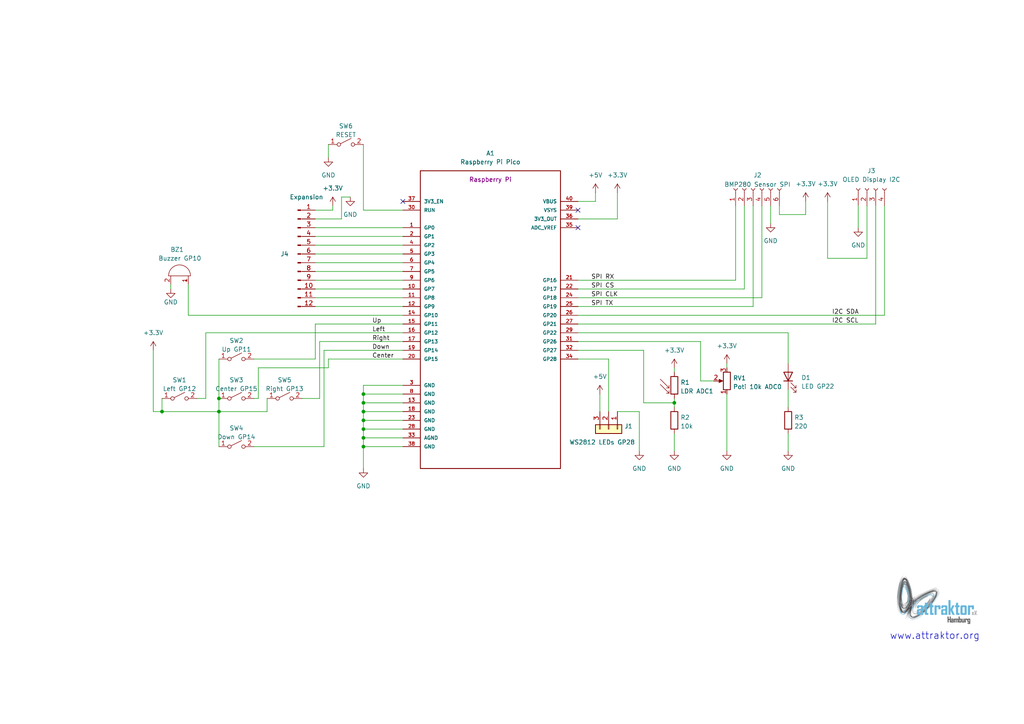
<source format=kicad_sch>
(kicad_sch (version 20230121) (generator eeschema)
  (paper "A4")
  (title_block (title "MicroPython Demoboard V1.1") (date "2023-12-13") (rev "1.0") (company "Attraktor e.V. - F. Hellmann") (comment 1 "new OLED pinout"))
  (lib_symbols
    (symbol "Connector:Conn_01x04_Socket" (pin_names (offset 1.016) hide)
      (property "Reference" "J" (at 0 5.08 0))
      (property "Value" "Conn_01x04_Socket" (at 0 -7.62 0))
      (symbol "Conn_01x04_Socket_1_1"
        (arc (start 0 -4.572) (mid -0.5058 -5.08) (end 0 -5.588) (stroke (width 0.1524)))
        (arc (start 0 -2.032) (mid -0.5058 -2.54) (end 0 -3.048) (stroke (width 0.1524)))
        (polyline (pts (xy -1.27 -5.08) (xy -0.508 -5.08)) (stroke (width 0.1524)))
        (polyline (pts (xy -1.27 -2.54) (xy -0.508 -2.54)) (stroke (width 0.1524)))
        (polyline (pts (xy -1.27 0) (xy -0.508 0)) (stroke (width 0.1524)))
        (polyline (pts (xy -1.27 2.54) (xy -0.508 2.54)) (stroke (width 0.1524)))
        (arc (start 0 0.508) (mid -0.5058 0) (end 0 -0.508) (stroke (width 0.1524)))
        (arc (start 0 3.048) (mid -0.5058 2.54) (end 0 2.032) (stroke (width 0.1524)))
        (pin passive line (at -5.08 2.54 0) (length 3.81) (name "Pin_1") (number "1"))
        (pin passive line (at -5.08 0 0) (length 3.81) (name "Pin_2") (number "2"))
        (pin passive line (at -5.08 -2.54 0) (length 3.81) (name "Pin_3") (number "3"))
        (pin passive line (at -5.08 -5.08 0) (length 3.81) (name "Pin_4") (number "4"))
      )
    )
    (symbol "Connector:Conn_01x06_Socket" (pin_names (offset 1.016) hide)
      (property "Reference" "J" (at 0 7.62 0))
      (property "Value" "Conn_01x06_Socket" (at 0 -10.16 0))
      (symbol "Conn_01x06_Socket_1_1"
        (arc (start 0 -7.112) (mid -0.5058 -7.62) (end 0 -8.128) (stroke (width 0.1524)))
        (arc (start 0 -4.572) (mid -0.5058 -5.08) (end 0 -5.588) (stroke (width 0.1524)))
        (arc (start 0 -2.032) (mid -0.5058 -2.54) (end 0 -3.048) (stroke (width 0.1524)))
        (polyline (pts (xy -1.27 -7.62) (xy -0.508 -7.62)) (stroke (width 0.1524)))
        (polyline (pts (xy -1.27 -5.08) (xy -0.508 -5.08)) (stroke (width 0.1524)))
        (polyline (pts (xy -1.27 -2.54) (xy -0.508 -2.54)) (stroke (width 0.1524)))
        (polyline (pts (xy -1.27 0) (xy -0.508 0)) (stroke (width 0.1524)))
        (polyline (pts (xy -1.27 2.54) (xy -0.508 2.54)) (stroke (width 0.1524)))
        (polyline (pts (xy -1.27 5.08) (xy -0.508 5.08)) (stroke (width 0.1524)))
        (arc (start 0 0.508) (mid -0.5058 0) (end 0 -0.508) (stroke (width 0.1524)))
        (arc (start 0 3.048) (mid -0.5058 2.54) (end 0 2.032) (stroke (width 0.1524)))
        (arc (start 0 5.588) (mid -0.5058 5.08) (end 0 4.572) (stroke (width 0.1524)))
        (pin passive line (at -5.08 5.08 0) (length 3.81) (name "Pin_1") (number "1"))
        (pin passive line (at -5.08 2.54 0) (length 3.81) (name "Pin_2") (number "2"))
        (pin passive line (at -5.08 0 0) (length 3.81) (name "Pin_3") (number "3"))
        (pin passive line (at -5.08 -2.54 0) (length 3.81) (name "Pin_4") (number "4"))
        (pin passive line (at -5.08 -5.08 0) (length 3.81) (name "Pin_5") (number "5"))
        (pin passive line (at -5.08 -7.62 0) (length 3.81) (name "Pin_6") (number "6"))
      )
    )
    (symbol "Connector:Conn_01x12_Pin" (pin_names (offset 1.016) hide)
      (property "Reference" "J" (at 0 15.24 0))
      (property "Value" "Conn_01x12_Pin" (at 0 -17.78 0))
      (symbol "Conn_01x12_Pin_1_1"
        (polyline (pts (xy 1.27 -15.24) (xy 0.8636 -15.24)) (stroke (width 0.1524)))
        (polyline (pts (xy 1.27 -12.7) (xy 0.8636 -12.7)) (stroke (width 0.1524)))
        (polyline (pts (xy 1.27 -10.16) (xy 0.8636 -10.16)) (stroke (width 0.1524)))
        (polyline (pts (xy 1.27 -7.62) (xy 0.8636 -7.62)) (stroke (width 0.1524)))
        (polyline (pts (xy 1.27 -5.08) (xy 0.8636 -5.08)) (stroke (width 0.1524)))
        (polyline (pts (xy 1.27 -2.54) (xy 0.8636 -2.54)) (stroke (width 0.1524)))
        (polyline (pts (xy 1.27 0) (xy 0.8636 0)) (stroke (width 0.1524)))
        (polyline (pts (xy 1.27 2.54) (xy 0.8636 2.54)) (stroke (width 0.1524)))
        (polyline (pts (xy 1.27 5.08) (xy 0.8636 5.08)) (stroke (width 0.1524)))
        (polyline (pts (xy 1.27 7.62) (xy 0.8636 7.62)) (stroke (width 0.1524)))
        (polyline (pts (xy 1.27 10.16) (xy 0.8636 10.16)) (stroke (width 0.1524)))
        (polyline (pts (xy 1.27 12.7) (xy 0.8636 12.7)) (stroke (width 0.1524)))
        (rectangle (start 0.8636 -15.113) (end 0 -15.367) (stroke (width 0.1524)) (fill (type outline)))
        (rectangle (start 0.8636 -12.573) (end 0 -12.827) (stroke (width 0.1524)) (fill (type outline)))
        (rectangle (start 0.8636 -10.033) (end 0 -10.287) (stroke (width 0.1524)) (fill (type outline)))
        (rectangle (start 0.8636 -7.493) (end 0 -7.747) (stroke (width 0.1524)) (fill (type outline)))
        (rectangle (start 0.8636 -4.953) (end 0 -5.207) (stroke (width 0.1524)) (fill (type outline)))
        (rectangle (start 0.8636 -2.413) (end 0 -2.667) (stroke (width 0.1524)) (fill (type outline)))
        (rectangle (start 0.8636 0.127) (end 0 -0.127) (stroke (width 0.1524)) (fill (type outline)))
        (rectangle (start 0.8636 2.667) (end 0 2.413) (stroke (width 0.1524)) (fill (type outline)))
        (rectangle (start 0.8636 5.207) (end 0 4.953) (stroke (width 0.1524)) (fill (type outline)))
        (rectangle (start 0.8636 7.747) (end 0 7.493) (stroke (width 0.1524)) (fill (type outline)))
        (rectangle (start 0.8636 10.287) (end 0 10.033) (stroke (width 0.1524)) (fill (type outline)))
        (rectangle (start 0.8636 12.827) (end 0 12.573) (stroke (width 0.1524)) (fill (type outline)))
        (pin passive line (at 5.08 12.7 180) (length 3.81) (name "Pin_1") (number "1"))
        (pin passive line (at 5.08 -10.16 180) (length 3.81) (name "Pin_10") (number "10"))
        (pin passive line (at 5.08 -12.7 180) (length 3.81) (name "Pin_11") (number "11"))
        (pin passive line (at 5.08 -15.24 180) (length 3.81) (name "Pin_12") (number "12"))
        (pin passive line (at 5.08 10.16 180) (length 3.81) (name "Pin_2") (number "2"))
        (pin passive line (at 5.08 7.62 180) (length 3.81) (name "Pin_3") (number "3"))
        (pin passive line (at 5.08 5.08 180) (length 3.81) (name "Pin_4") (number "4"))
        (pin passive line (at 5.08 2.54 180) (length 3.81) (name "Pin_5") (number "5"))
        (pin passive line (at 5.08 0 180) (length 3.81) (name "Pin_6") (number "6"))
        (pin passive line (at 5.08 -2.54 180) (length 3.81) (name "Pin_7") (number "7"))
        (pin passive line (at 5.08 -5.08 180) (length 3.81) (name "Pin_8") (number "8"))
        (pin passive line (at 5.08 -7.62 180) (length 3.81) (name "Pin_9") (number "9"))
      )
    )
    (symbol "Connector_Generic:Conn_01x03" (pin_names (offset 1.016) hide)
      (property "Reference" "J" (at 0 5.08 0))
      (property "Value" "Conn_01x03" (at 0 -5.08 0))
      (symbol "Conn_01x03_1_1"
        (rectangle (start -1.27 -2.413) (end 0 -2.667) (stroke (width 0.1524)))
        (rectangle (start -1.27 0.127) (end 0 -0.127) (stroke (width 0.1524)))
        (rectangle (start -1.27 2.667) (end 0 2.413) (stroke (width 0.1524)))
        (rectangle (start -1.27 3.81) (end 1.27 -3.81) (stroke (width 0.254)) (fill (type background)))
        (pin passive line (at -5.08 2.54 0) (length 3.81) (name "Pin_1") (number "1"))
        (pin passive line (at -5.08 0 0) (length 3.81) (name "Pin_2") (number "2"))
        (pin passive line (at -5.08 -2.54 0) (length 3.81) (name "Pin_3") (number "3"))
      )
    )
    (symbol "Device:Buzzer" (pin_names (offset 0.0254) hide)
      (property "Reference" "BZ" (at 3.81 1.27 0))
      (property "Value" "Buzzer" (at 3.81 -1.27 0))
      (symbol "Buzzer_0_1"
        (arc (start 0 -3.175) (mid 3.1612 0) (end 0 3.175))
        (polyline (pts (xy -1.651 1.905) (xy -1.143 1.905)))
        (polyline (pts (xy -1.397 2.159) (xy -1.397 1.651)))
        (polyline (pts (xy 0 3.175) (xy 0 -3.175)))
      )
      (symbol "Buzzer_1_1"
        (pin passive line (at -2.54 2.54 0) (length 2.54) (name "-") (number "1"))
        (pin passive line (at -2.54 -2.54 0) (length 2.54) (name "+") (number "2"))
      )
    )
    (symbol "Device:LED" (pin_numbers hide) (pin_names (offset 1.016) hide)
      (property "Reference" "D" (at 0 2.54 0))
      (property "Value" "LED" (at 0 -2.54 0))
      (symbol "LED_0_1"
        (polyline (pts (xy -1.27 -1.27) (xy -1.27 1.27)) (stroke (width 0.254)))
        (polyline (pts (xy -1.27 0) (xy 1.27 0)))
        (polyline (pts (xy 1.27 -1.27) (xy 1.27 1.27) (xy -1.27 0) (xy 1.27 -1.27)) (stroke (width 0.254)))
        (polyline (pts (xy -3.048 -0.762) (xy -4.572 -2.286) (xy -3.81 -2.286) (xy -4.572 -2.286) (xy -4.572 -1.524)))
        (polyline (pts (xy -1.778 -0.762) (xy -3.302 -2.286) (xy -2.54 -2.286) (xy -3.302 -2.286) (xy -3.302 -1.524)))
      )
      (symbol "LED_1_1"
        (pin passive line (at -3.81 0 0) (length 2.54) (name "K") (number "1"))
        (pin passive line (at 3.81 0 180) (length 2.54) (name "A") (number "2"))
      )
    )
    (symbol "Device:R" (pin_numbers hide) (pin_names (offset 0))
      (property "Reference" "R" (at 2.032 0 90))
      (property "Value" "R" (at 0 0 90))
      (symbol "R_0_1"
        (rectangle (start -1.016 -2.54) (end 1.016 2.54) (stroke (width 0.254)))
      )
      (symbol "R_1_1"
        (pin passive line (at 0 3.81 270) (length 1.27) (name "~") (number "1"))
        (pin passive line (at 0 -3.81 90) (length 1.27) (name "~") (number "2"))
      )
    )
    (symbol "Device:R_Photo" (pin_numbers hide) (pin_names (offset 0))
      (property "Reference" "R" (at 1.27 1.27 0))
      (property "Value" "R_Photo" (at 1.27 0 0))
      (symbol "R_Photo_0_1"
        (rectangle (start -1.016 2.54) (end 1.016 -2.54) (stroke (width 0.254)))
        (polyline (pts (xy -1.524 -2.286) (xy -4.064 0.254)))
        (polyline (pts (xy -1.524 -2.286) (xy -2.286 -2.286)))
        (polyline (pts (xy -1.524 -2.286) (xy -1.524 -1.524)))
        (polyline (pts (xy -1.524 -0.762) (xy -4.064 1.778)))
        (polyline (pts (xy -1.524 -0.762) (xy -2.286 -0.762)))
        (polyline (pts (xy -1.524 -0.762) (xy -1.524 0)))
      )
      (symbol "R_Photo_1_1"
        (pin passive line (at 0 3.81 270) (length 1.27) (name "~") (number "1"))
        (pin passive line (at 0 -3.81 90) (length 1.27) (name "~") (number "2"))
      )
    )
    (symbol "Device:R_Potentiometer" (pin_names (offset 1.016) hide)
      (property "Reference" "RV" (at -4.445 0 90))
      (property "Value" "R_Potentiometer" (at -2.54 0 90))
      (symbol "R_Potentiometer_0_1"
        (polyline (pts (xy 2.54 0) (xy 1.524 0)))
        (polyline (pts (xy 1.143 0) (xy 2.286 0.508) (xy 2.286 -0.508) (xy 1.143 0)) (fill (type outline)))
        (rectangle (start 1.016 2.54) (end -1.016 -2.54) (stroke (width 0.254)))
      )
      (symbol "R_Potentiometer_1_1"
        (pin passive line (at 0 3.81 270) (length 1.27) (name "1") (number "1"))
        (pin passive line (at 3.81 0 180) (length 1.27) (name "2") (number "2"))
        (pin passive line (at 0 -3.81 90) (length 1.27) (name "3") (number "3"))
      )
    )
    (symbol "Raspberry_Pi_Pico_W_SC0918:SC0918" (pin_names (offset 1.016))
      (property "Reference" "A1" (at 0 58.42 0))
      (property "Value" "SC0918" (at 0 55.88 0))
      (property "Footprint" "Raspberry Pi:MODULE_SC0918" (at -12.7 -46.99 0))
      (property "manufacturer" "Raspberry Pi" (at 0 53.34 0))
      (symbol "SC0918_0_0"
        (rectangle (start -20.32 -43.18) (end 20.32 43.18) (stroke (width 0.254)))
        (pin bidirectional line (at -25.4 26.67 0) (length 5.08) (name "GP0") (number "1"))
        (pin bidirectional line (at -25.4 8.89 0) (length 5.08) (name "GP7") (number "10"))
        (pin bidirectional line (at -25.4 6.35 0) (length 5.08) (name "GP8") (number "11"))
        (pin bidirectional line (at -25.4 3.81 0) (length 5.08) (name "GP9") (number "12"))
        (pin power_in line (at -25.4 -24.13 0) (length 5.08) (name "GND") (number "13"))
        (pin bidirectional line (at -25.4 1.27 0) (length 5.08) (name "GP10") (number "14"))
        (pin bidirectional line (at -25.4 -1.27 0) (length 5.08) (name "GP11") (number "15"))
        (pin bidirectional line (at -25.4 -3.81 0) (length 5.08) (name "GP12") (number "16"))
        (pin bidirectional line (at -25.4 -6.35 0) (length 5.08) (name "GP13") (number "17"))
        (pin power_in line (at -25.4 -26.67 0) (length 5.08) (name "GND") (number "18"))
        (pin bidirectional line (at -25.4 -8.89 0) (length 5.08) (name "GP14") (number "19"))
        (pin bidirectional line (at -25.4 24.13 0) (length 5.08) (name "GP1") (number "2"))
        (pin bidirectional line (at -25.4 -11.43 0) (length 5.08) (name "GP15") (number "20"))
        (pin bidirectional line (at 25.4 11.43 180) (length 5.08) (name "GP16") (number "21"))
        (pin bidirectional line (at 25.4 8.89 180) (length 5.08) (name "GP17") (number "22"))
        (pin power_in line (at -25.4 -29.21 0) (length 5.08) (name "GND") (number "23"))
        (pin bidirectional line (at 25.4 6.35 180) (length 5.08) (name "GP18") (number "24"))
        (pin bidirectional line (at 25.4 3.81 180) (length 5.08) (name "GP19") (number "25"))
        (pin bidirectional line (at 25.4 1.27 180) (length 5.08) (name "GP20") (number "26"))
        (pin bidirectional line (at 25.4 -1.27 180) (length 5.08) (name "GP21") (number "27"))
        (pin power_in line (at -25.4 -31.75 0) (length 5.08) (name "GND") (number "28"))
        (pin bidirectional line (at 25.4 -3.81 180) (length 5.08) (name "GP22") (number "29"))
        (pin power_in line (at -25.4 -19.05 0) (length 5.08) (name "GND") (number "3"))
        (pin input line (at -25.4 31.75 0) (length 5.08) (name "RUN") (number "30"))
        (pin bidirectional line (at 25.4 -6.35 180) (length 5.08) (name "GP26") (number "31"))
        (pin bidirectional line (at 25.4 -8.89 180) (length 5.08) (name "GP27") (number "32"))
        (pin power_in line (at -25.4 -34.29 0) (length 5.08) (name "AGND") (number "33"))
        (pin bidirectional line (at 25.4 -11.43 180) (length 5.08) (name "GP28") (number "34"))
        (pin power_in line (at 25.4 26.67 180) (length 5.08) (name "ADC_VREF") (number "35"))
        (pin power_in line (at 25.4 29.21 180) (length 5.08) (name "3V3_OUT") (number "36"))
        (pin input line (at -25.4 34.29 0) (length 5.08) (name "3V3_EN") (number "37"))
        (pin power_in line (at -25.4 -36.83 0) (length 5.08) (name "GND") (number "38"))
        (pin free line (at 25.4 31.75 180) (length 5.08) (name "VSYS") (number "39"))
        (pin bidirectional line (at -25.4 21.59 0) (length 5.08) (name "GP2") (number "4"))
        (pin free line (at 25.4 34.29 180) (length 5.08) (name "VBUS") (number "40"))
        (pin bidirectional line (at -25.4 19.05 0) (length 5.08) (name "GP3") (number "5"))
        (pin bidirectional line (at -25.4 16.51 0) (length 5.08) (name "GP4") (number "6"))
        (pin bidirectional line (at -25.4 13.97 0) (length 5.08) (name "GP5") (number "7"))
        (pin power_in line (at -25.4 -21.59 0) (length 5.08) (name "GND") (number "8"))
        (pin bidirectional line (at -25.4 11.43 0) (length 5.08) (name "GP6") (number "9"))
      )
    )
    (symbol "Switch:SW_SPST" (pin_names (offset 0) hide)
      (property "Reference" "SW" (at 0 3.175 0))
      (property "Value" "SW_SPST" (at 0 -2.54 0))
      (symbol "SW_SPST_0_0"
        (circle (center -2.032 0) (radius 0.508))
        (polyline (pts (xy -1.524 0.254) (xy 1.524 1.778)))
        (circle (center 2.032 0) (radius 0.508))
      )
      (symbol "SW_SPST_1_1"
        (pin passive line (at -5.08 0 0) (length 2.54) (name "A") (number "1"))
        (pin passive line (at 5.08 0 180) (length 2.54) (name "B") (number "2"))
      )
    )
    (symbol "power:+3.3V" (power) (pin_names (offset 0))
      (property "Value" "+3.3V" (at 0 3.556 0))
      (symbol "+3.3V_0_1"
        (polyline (pts (xy -0.762 1.27) (xy 0 2.54)))
        (polyline (pts (xy 0 0) (xy 0 2.54)))
        (polyline (pts (xy 0 2.54) (xy 0.762 1.27)))
      )
      (symbol "+3.3V_1_1"
        (pin power_in line (at 0 0 90) (length 0) hide (name "+3.3V") (number "1"))
      )
    )
    (symbol "power:+5V" (power) (pin_names (offset 0))
      (property "Value" "+5V" (at 0 3.556 0))
      (symbol "+5V_0_1"
        (polyline (pts (xy -0.762 1.27) (xy 0 2.54)))
        (polyline (pts (xy 0 0) (xy 0 2.54)))
        (polyline (pts (xy 0 2.54) (xy 0.762 1.27)))
      )
      (symbol "+5V_1_1"
        (pin power_in line (at 0 0 90) (length 0) hide (name "+5V") (number "1"))
      )
    )
    (symbol "power:GND" (power) (pin_names (offset 0))
      (property "Value" "GND" (at 0 -3.81 0))
      (symbol "GND_0_1"
        (polyline (pts (xy 0 0) (xy 0 -1.27) (xy 1.27 -1.27) (xy 0 -2.54) (xy -1.27 -1.27) (xy 0 -1.27)))
      )
      (symbol "GND_1_1"
        (pin power_in line (at 0 0 270) (length 0) hide (name "GND") (number "1"))
      )
    )
  )
  (junction (at 63.5 115.57))
  (junction (at 63.5 119.38))
  (junction (at 46.99 119.38))
  (junction (at 105.41 121.92))
  (junction (at 105.41 124.46))
  (junction (at 105.41 116.84))
  (junction (at 105.41 119.38))
  (junction (at 105.41 114.3))
  (junction (at 105.41 129.54))
  (junction (at 105.41 127))
  (junction (at 195.58 116.84))
  (no_connect (at 116.84 58.42))
  (no_connect (at 167.64 66.04))
  (no_connect (at 167.64 60.96))
  (wire (pts (xy 167.64 96.52) (xy 228.6 96.52)))
  (wire (pts (xy 215.9 59.69) (xy 215.9 83.82)))
  (wire (pts (xy 105.41 116.84) (xy 116.84 116.84)))
  (wire (pts (xy 63.5 119.38) (xy 63.5 129.54)))
  (wire (pts (xy 226.06 59.69) (xy 226.06 62.23)))
  (wire (pts (xy 96.52 59.69) (xy 96.52 60.96)))
  (wire (pts (xy 203.2 99.06) (xy 203.2 110.49)))
  (wire (pts (xy 105.41 119.38) (xy 116.84 119.38)))
  (wire (pts (xy 91.44 86.36) (xy 116.84 86.36)))
  (wire (pts (xy 254 93.98) (xy 254 59.69)))
  (wire (pts (xy 91.44 83.82) (xy 116.84 83.82)))
  (wire (pts (xy 105.41 124.46) (xy 105.41 127)))
  (wire (pts (xy 195.58 116.84) (xy 186.69 116.84)))
  (wire (pts (xy 73.66 115.57) (xy 74.93 115.57)))
  (wire (pts (xy 228.6 113.03) (xy 228.6 118.11)))
  (wire (pts (xy 186.69 116.84) (xy 186.69 101.6)))
  (wire (pts (xy 101.6 57.15) (xy 99.06 57.15)))
  (wire (pts (xy 91.44 88.9) (xy 116.84 88.9)))
  (wire (pts (xy 167.64 104.14) (xy 176.53 104.14)))
  (wire (pts (xy 95.25 106.68) (xy 95.25 104.14)))
  (wire (pts (xy 167.64 88.9) (xy 218.44 88.9)))
  (wire (pts (xy 91.44 71.12) (xy 116.84 71.12)))
  (wire (pts (xy 185.42 130.81) (xy 185.42 119.38)))
  (wire (pts (xy 54.61 91.44) (xy 54.61 82.55)))
  (wire (pts (xy 105.41 129.54) (xy 105.41 135.89)))
  (wire (pts (xy 105.41 116.84) (xy 105.41 114.3)))
  (wire (pts (xy 91.44 66.04) (xy 116.84 66.04)))
  (wire (pts (xy 167.64 86.36) (xy 220.98 86.36)))
  (wire (pts (xy 93.98 129.54) (xy 73.66 129.54)))
  (wire (pts (xy 105.41 41.91) (xy 105.41 60.96)))
  (wire (pts (xy 176.53 104.14) (xy 176.53 119.38)))
  (wire (pts (xy 210.82 114.3) (xy 210.82 130.81)))
  (wire (pts (xy 74.93 115.57) (xy 74.93 106.68)))
  (wire (pts (xy 74.93 106.68) (xy 95.25 106.68)))
  (wire (pts (xy 91.44 81.28) (xy 116.84 81.28)))
  (wire (pts (xy 105.41 114.3) (xy 105.41 111.76)))
  (wire (pts (xy 54.61 91.44) (xy 116.84 91.44)))
  (wire (pts (xy 105.41 114.3) (xy 116.84 114.3)))
  (wire (pts (xy 248.92 59.69) (xy 248.92 66.04)))
  (wire (pts (xy 167.64 93.98) (xy 254 93.98)))
  (wire (pts (xy 195.58 116.84) (xy 195.58 118.11)))
  (wire (pts (xy 96.52 60.96) (xy 91.44 60.96)))
  (wire (pts (xy 46.99 115.57) (xy 46.99 119.38)))
  (wire (pts (xy 213.36 81.28) (xy 213.36 59.69)))
  (wire (pts (xy 256.54 91.44) (xy 256.54 59.69)))
  (wire (pts (xy 95.25 41.91) (xy 95.25 45.72)))
  (wire (pts (xy 44.45 101.6) (xy 44.45 119.38)))
  (wire (pts (xy 73.66 104.14) (xy 91.44 104.14)))
  (wire (pts (xy 167.64 81.28) (xy 213.36 81.28)))
  (wire (pts (xy 91.44 93.98) (xy 116.84 93.98)))
  (wire (pts (xy 210.82 105.41) (xy 210.82 106.68)))
  (wire (pts (xy 105.41 127) (xy 105.41 129.54)))
  (wire (pts (xy 226.06 62.23) (xy 233.68 62.23)))
  (wire (pts (xy 228.6 96.52) (xy 228.6 105.41)))
  (wire (pts (xy 223.52 59.69) (xy 223.52 64.77)))
  (wire (pts (xy 91.44 68.58) (xy 116.84 68.58)))
  (wire (pts (xy 116.84 99.06) (xy 92.71 99.06)))
  (wire (pts (xy 251.46 59.69) (xy 251.46 74.93)))
  (wire (pts (xy 49.53 82.55) (xy 49.53 83.82)))
  (wire (pts (xy 240.03 74.93) (xy 251.46 74.93)))
  (wire (pts (xy 91.44 76.2) (xy 116.84 76.2)))
  (wire (pts (xy 92.71 99.06) (xy 92.71 115.57)))
  (wire (pts (xy 195.58 106.68) (xy 195.58 107.95)))
  (wire (pts (xy 105.41 119.38) (xy 105.41 116.84)))
  (wire (pts (xy 46.99 119.38) (xy 63.5 119.38)))
  (wire (pts (xy 220.98 86.36) (xy 220.98 59.69)))
  (wire (pts (xy 105.41 124.46) (xy 116.84 124.46)))
  (wire (pts (xy 105.41 129.54) (xy 116.84 129.54)))
  (wire (pts (xy 218.44 88.9) (xy 218.44 59.69)))
  (wire (pts (xy 228.6 125.73) (xy 228.6 130.81)))
  (wire (pts (xy 179.07 63.5) (xy 167.64 63.5)))
  (wire (pts (xy 195.58 115.57) (xy 195.58 116.84)))
  (wire (pts (xy 59.69 96.52) (xy 116.84 96.52)))
  (wire (pts (xy 167.64 83.82) (xy 215.9 83.82)))
  (wire (pts (xy 57.15 115.57) (xy 59.69 115.57)))
  (wire (pts (xy 91.44 78.74) (xy 116.84 78.74)))
  (wire (pts (xy 233.68 62.23) (xy 233.68 58.42)))
  (wire (pts (xy 105.41 121.92) (xy 105.41 124.46)))
  (wire (pts (xy 186.69 101.6) (xy 167.64 101.6)))
  (wire (pts (xy 105.41 127) (xy 116.84 127)))
  (wire (pts (xy 99.06 57.15) (xy 99.06 63.5)))
  (wire (pts (xy 63.5 115.57) (xy 63.5 119.38)))
  (wire (pts (xy 173.99 114.3) (xy 173.99 119.38)))
  (wire (pts (xy 99.06 63.5) (xy 91.44 63.5)))
  (wire (pts (xy 167.64 58.42) (xy 172.72 58.42)))
  (wire (pts (xy 105.41 119.38) (xy 105.41 121.92)))
  (wire (pts (xy 59.69 115.57) (xy 59.69 96.52)))
  (wire (pts (xy 172.72 58.42) (xy 172.72 55.88)))
  (wire (pts (xy 167.64 91.44) (xy 256.54 91.44)))
  (wire (pts (xy 91.44 93.98) (xy 91.44 104.14)))
  (wire (pts (xy 91.44 73.66) (xy 116.84 73.66)))
  (wire (pts (xy 105.41 60.96) (xy 116.84 60.96)))
  (wire (pts (xy 63.5 104.14) (xy 63.5 115.57)))
  (wire (pts (xy 203.2 110.49) (xy 207.01 110.49)))
  (wire (pts (xy 63.5 119.38) (xy 77.47 119.38)))
  (wire (pts (xy 240.03 58.42) (xy 240.03 74.93)))
  (wire (pts (xy 179.07 55.88) (xy 179.07 63.5)))
  (wire (pts (xy 105.41 111.76) (xy 116.84 111.76)))
  (wire (pts (xy 93.98 101.6) (xy 93.98 129.54)))
  (wire (pts (xy 116.84 101.6) (xy 93.98 101.6)))
  (wire (pts (xy 77.47 115.57) (xy 77.47 119.38)))
  (wire (pts (xy 44.45 119.38) (xy 46.99 119.38)))
  (wire (pts (xy 195.58 125.73) (xy 195.58 130.81)))
  (wire (pts (xy 92.71 115.57) (xy 87.63 115.57)))
  (wire (pts (xy 105.41 121.92) (xy 116.84 121.92)))
  (wire (pts (xy 179.07 119.38) (xy 185.42 119.38)))
  (wire (pts (xy 167.64 99.06) (xy 203.2 99.06)))
  (wire (pts (xy 95.25 104.14) (xy 116.84 104.14)))
  (image (at 271.78 173.99) (scale 0.343752))
  (text_box "www.attraktor.org" (at 256.54 181.61 0) (size 0 0) (stroke (width -0.0001) (color 2 23 255 0.66)) (effects (font (size 2 2)) (justify left top)))
  (label "SPI CLK" (at 171.45 86.36 0))
  (label "SPI TX" (at 171.45 88.9 0))
  (label "I2C SCL" (at 241.3 93.98 0))
  (label "Right" (at 107.95 99.06 0))
  (label "Left" (at 107.95 96.52 0))
  (label "I2C SDA" (at 241.3 91.44 0))
  (label "SPI CS" (at 171.45 83.82 0))
  (label "Down" (at 107.95 101.6 0))
  (label "SPI RX" (at 171.45 81.28 0))
  (label "Center" (at 107.95 104.14 0))
  (label "Up" (at 107.95 93.98 0))
  (symbol (lib_id "power:GND") (at 101.6 57.15 0) (unit 1)
    (property "Reference" "#PWR02" (effects hide))
    (property "Value" "GND" (at 101.6 62.23 0))
  )
  (symbol (lib_id "power:+3.3V") (at 210.82 105.41 0) (unit 1)
    (property "Reference" "#PWR0108" (effects hide))
    (property "Value" "+3.3V" (at 210.82 100.33 0))
  )
  (symbol (lib_id "power:+3.3V") (at 44.45 101.6 0) (unit 1)
    (property "Reference" "#PWR0109" (effects hide))
    (property "Value" "+3.3V" (at 44.45 96.52 0))
  )
  (symbol (lib_id "power:+3.3V") (at 233.68 58.42 0) (unit 1)
    (property "Reference" "#PWR0105" (effects hide))
    (property "Value" "+3.3V" (at 233.68 53.34 0))
  )
  (symbol (lib_id "power:GND") (at 228.6 130.81 0) (unit 1)
    (property "Reference" "#PWR0115" (effects hide))
    (property "Value" "GND" (at 228.6 135.89 0))
  )
  (symbol (lib_id "power:GND") (at 105.41 135.89 0) (unit 1)
    (property "Reference" "#PWR0101" (effects hide))
    (property "Value" "GND" (at 105.41 140.97 0))
  )
  (symbol (lib_id "power:GND") (at 185.42 130.81 0) (unit 1)
    (property "Reference" "#PWR0113" (effects hide))
    (property "Value" "GND" (at 185.42 135.89 0))
  )
  (symbol (lib_id "power:GND") (at 95.25 45.72 0) (unit 1)
    (property "Reference" "#PWR0116" (effects hide))
    (property "Value" "GND" (at 95.25 50.8 0))
  )
  (symbol (lib_id "Raspberry_Pi_Pico_W_SC0918:SC0918") (at 142.24 92.71 0) (unit 1)
    (property "Reference" "A1" (at 142.24 44.45 0))
    (property "Value" "Raspberry Pi Pico" (at 142.24 46.99 0))
    (property "Footprint" "footprints:Raspberry_Pi_Pico_W_SC0918" (effects hide))
    (property "Datasheet" "https://datasheets.raspberrypi.com/picow/pico-w-datasheet.pdf" (effects hide))
    (property "manufacturer" "Raspberry Pi" (at 142.24 52.07 0))
    (property "P/N" "SC0918" (effects hide))
    (property "PARTREV" "1.6" (effects hide))
    (property "MAXIMUM_PACKAGE_HEIGHT" "3.73mm" (effects hide))
  )
  (symbol (lib_id "power:GND") (at 210.82 130.81 0) (unit 1)
    (property "Reference" "#PWR0114" (effects hide))
    (property "Value" "GND" (at 210.82 135.89 0))
  )
  (symbol (lib_id "Switch:SW_SPST") (at 68.58 104.14 0) (unit 1)
    (property "Reference" "SW2" (at 68.58 98.7892 0))
    (property "Value" "Up GP11" (at 68.58 101.3261 0))
    (property "Footprint" "Button_Switch_THT:SW_PUSH_6mm_H7.3mm" (effects hide))
  )
  (symbol (lib_id "Device:LED") (at 228.6 109.22 90) (unit 1)
    (property "Reference" "D1" (at 232.41 109.5375 90) (effects (justify right)))
    (property "Value" "LED GP22" (at 232.41 112.0775 90) (effects (justify right)))
    (property "Footprint" "LED_THT:LED_D5.0mm" (effects hide))
  )
  (symbol (lib_id "power:+5V") (at 173.99 114.3 0) (unit 1)
    (property "Reference" "#PWR0111" (effects hide))
    (property "Value" "+5V" (at 173.99 109.22 0))
  )
  (symbol (lib_id "Connector:Conn_01x06_Socket") (at 218.44 54.61 90) (unit 1)
    (property "Reference" "J2" (at 219.71 50.8 90))
    (property "Value" "BMP280 Sensor SPI" (at 219.71 53.4979 90))
    (property "Footprint" "Connector_PinSocket_2.54mm:PinSocket_1x06_P2.54mm_Vertical" (effects hide))
  )
  (symbol (lib_id "Device:R") (at 195.58 121.92 0) (unit 1)
    (property "Reference" "R2" (at 197.358 121.0853 0) (effects (justify left)))
    (property "Value" "10k" (at 197.358 123.6222 0) (effects (justify left)))
    (property "Footprint" "Resistor_THT:R_Axial_DIN0207_L6.3mm_D2.5mm_P10.16mm_Horizontal" (effects hide))
  )
  (symbol (lib_id "power:+3.3V") (at 240.03 58.42 0) (unit 1)
    (property "Reference" "#PWR0107" (effects hide))
    (property "Value" "+3.3V" (at 240.03 53.34 0))
  )
  (symbol (lib_id "Switch:SW_SPST") (at 68.58 115.57 0) (unit 1)
    (property "Reference" "SW3" (at 68.58 110.2192 0))
    (property "Value" "Center GP15" (at 68.58 112.7561 0))
    (property "Footprint" "Button_Switch_THT:SW_PUSH_6mm_H7.3mm" (effects hide))
  )
  (symbol (lib_id "Device:R_Photo") (at 195.58 111.76 0) (unit 1)
    (property "Reference" "R1" (at 197.358 110.9253 0) (effects (justify left)))
    (property "Value" "LDR ADC1" (at 197.358 113.4622 0) (effects (justify left)))
    (property "Footprint" "OptoDevice:R_LDR_5.1x4.3mm_P3.4mm_Vertical" (effects hide))
  )
  (symbol (lib_id "power:GND") (at 248.92 66.04 0) (unit 1)
    (property "Reference" "#PWR0106" (effects hide))
    (property "Value" "GND" (at 248.92 71.12 0))
  )
  (symbol (lib_id "Switch:SW_SPST") (at 68.58 129.54 0) (unit 1)
    (property "Reference" "SW4" (at 68.58 124.1892 0))
    (property "Value" "Down GP14" (at 68.58 126.7261 0))
    (property "Footprint" "Button_Switch_THT:SW_PUSH_6mm_H7.3mm" (effects hide))
  )
  (symbol (lib_id "Connector:Conn_01x04_Socket") (at 251.46 54.61 90) (unit 1)
    (property "Reference" "J3" (at 252.73 49.53 90))
    (property "Value" "OLED Display I2C" (at 252.73 52.07 90))
    (property "Footprint" "Connector_PinSocket_2.54mm:PinSocket_1x04_P2.54mm_Vertical" (effects hide))
  )
  (symbol (lib_id "Switch:SW_SPST") (at 82.55 115.57 0) (unit 1)
    (property "Reference" "SW5" (at 82.55 110.2192 0))
    (property "Value" "Right GP13" (at 82.55 112.7561 0))
    (property "Footprint" "Button_Switch_THT:SW_PUSH_6mm_H7.3mm" (effects hide))
  )
  (symbol (lib_id "power:GND") (at 223.52 64.77 0) (unit 1)
    (property "Reference" "#PWR0104" (effects hide))
    (property "Value" "GND" (at 223.52 69.85 0))
  )
  (symbol (lib_id "power:GND") (at 49.53 83.82 0) (unit 1)
    (property "Reference" "#PWR0117" (effects hide))
    (property "Value" "GND" (at 49.53 87.63 0))
  )
  (symbol (lib_id "power:+3.3V") (at 96.52 59.69 0) (unit 1)
    (property "Reference" "#PWR01" (effects hide))
    (property "Value" "+3.3V" (at 96.52 54.61 0))
  )
  (symbol (lib_id "power:+3.3V") (at 179.07 55.88 0) (unit 1)
    (property "Reference" "#PWR0102" (effects hide))
    (property "Value" "+3.3V" (at 179.07 50.8 0))
  )
  (symbol (lib_id "power:GND") (at 195.58 130.81 0) (unit 1)
    (property "Reference" "#PWR0112" (effects hide))
    (property "Value" "GND" (at 195.58 135.89 0))
  )
  (symbol (lib_id "Connector:Conn_01x12_Pin") (at 86.36 73.66 0) (unit 1)
    (property "Reference" "J4" (at 82.55 73.66 0))
    (property "Value" "Expansion" (at 88.9 57.15 0))
    (property "Footprint" "Connector_PinHeader_2.54mm:PinHeader_1x12_P2.54mm_Vertical" (effects hide))
  )
  (symbol (lib_id "power:+3.3V") (at 195.58 106.68 0) (unit 1)
    (property "Reference" "#PWR0110" (effects hide))
    (property "Value" "+3.3V" (at 195.58 101.6 0))
  )
  (symbol (lib_id "Device:R_Potentiometer") (at 210.82 110.49 180) (unit 1)
    (property "Reference" "RV1" (at 212.598 109.6553 0) (effects (justify right)))
    (property "Value" "Poti 10k ADC0" (at 212.598 112.1922 0) (effects (justify right)))
    (property "Footprint" "Potentiometer_THT:Potentiometer_Bourns_3386P_Vertical" (effects hide))
  )
  (symbol (lib_id "Device:R") (at 228.6 121.92 0) (unit 1)
    (property "Reference" "R3" (at 230.378 121.0853 0) (effects (justify left)))
    (property "Value" "220" (at 230.378 123.6222 0) (effects (justify left)))
    (property "Footprint" "Resistor_THT:R_Axial_DIN0207_L6.3mm_D2.5mm_P10.16mm_Horizontal" (effects hide))
  )
  (symbol (lib_id "Switch:SW_SPST") (at 100.33 41.91 0) (unit 1)
    (property "Reference" "SW6" (at 100.33 36.5592 0))
    (property "Value" "RESET" (at 100.33 39.0961 0))
    (property "Footprint" "Button_Switch_THT:SW_PUSH_6mm_H7.3mm" (effects hide))
  )
  (symbol (lib_id "power:+5V") (at 172.72 55.88 0) (unit 1)
    (property "Reference" "#PWR0103" (effects hide))
    (property "Value" "+5V" (at 172.72 50.8 0))
  )
  (symbol (lib_id "Switch:SW_SPST") (at 52.07 115.57 0) (unit 1)
    (property "Reference" "SW1" (at 52.07 110.2192 0))
    (property "Value" "Left GP12" (at 52.07 112.7561 0))
    (property "Footprint" "Button_Switch_THT:SW_PUSH_6mm_H7.3mm" (effects hide))
  )
  (symbol (lib_id "Connector_Generic:Conn_01x03") (at 176.53 124.46 270) (unit 1)
    (property "Reference" "J1" (at 181.102 123.6253 90) (effects (justify left)))
    (property "Value" "WS2812 LEDs GP28" (at 165.1 128.27 90) (effects (justify left)))
    (property "Footprint" "Connector_PinHeader_2.54mm:PinHeader_1x03_P2.54mm_Vertical" (effects hide))
  )
  (symbol (lib_id "Device:Buzzer") (at 52.07 80.01 270) (mirror x) (unit 1)
    (property "Reference" "BZ1" (at 53.34 72.39 90) (effects (justify right)))
    (property "Value" "Buzzer GP10" (at 58.42 74.93 90) (effects (justify right)))
    (property "Footprint" "Buzzer_Beeper:Buzzer_TDK_PS1240P02BT_D12.2mm_H6.5mm" (effects hide))
  )
)
</source>
